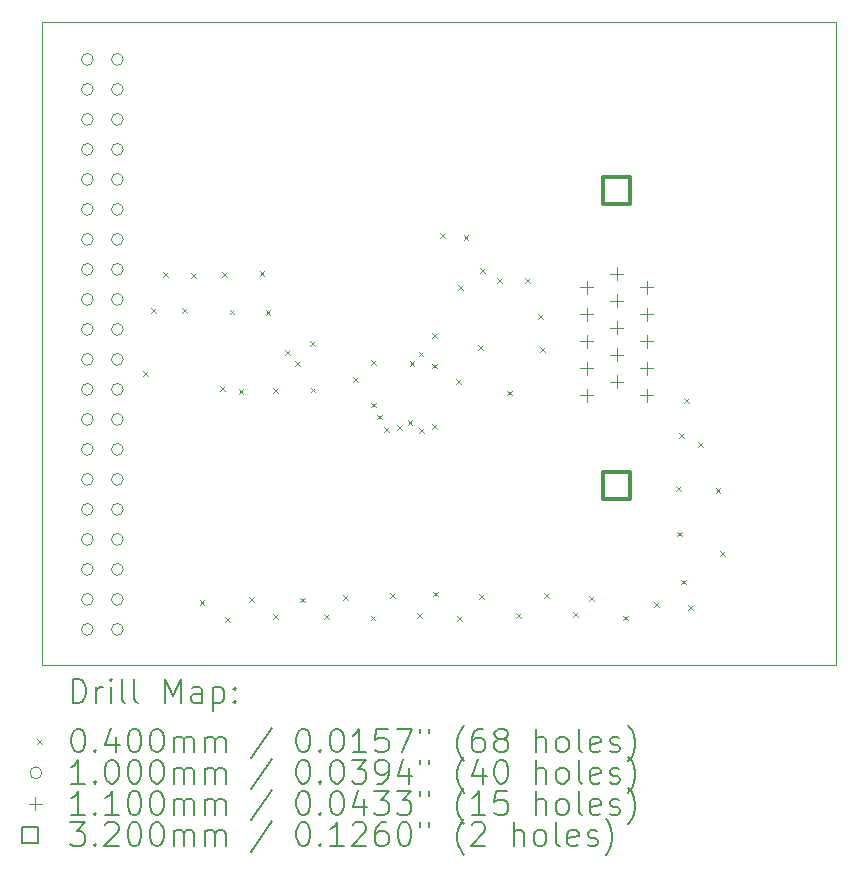
<source format=gbr>
%TF.GenerationSoftware,KiCad,Pcbnew,7.0.7*%
%TF.CreationDate,2023-11-25T23:50:16-06:00*%
%TF.ProjectId,DAC2DE0,44414332-4445-4302-9e6b-696361645f70,rev?*%
%TF.SameCoordinates,Original*%
%TF.FileFunction,Drillmap*%
%TF.FilePolarity,Positive*%
%FSLAX45Y45*%
G04 Gerber Fmt 4.5, Leading zero omitted, Abs format (unit mm)*
G04 Created by KiCad (PCBNEW 7.0.7) date 2023-11-25 23:50:16*
%MOMM*%
%LPD*%
G01*
G04 APERTURE LIST*
%ADD10C,0.100000*%
%ADD11C,0.200000*%
%ADD12C,0.040000*%
%ADD13C,0.110000*%
%ADD14C,0.320000*%
G04 APERTURE END LIST*
D10*
X22687280Y-12542520D02*
X15966440Y-12542520D01*
X15966440Y-7091680D01*
X22687280Y-7091680D01*
X22687280Y-12542520D01*
D11*
D12*
X16820200Y-10048560D02*
X16860200Y-10088560D01*
X16860200Y-10048560D02*
X16820200Y-10088560D01*
X16886240Y-9515160D02*
X16926240Y-9555160D01*
X16926240Y-9515160D02*
X16886240Y-9555160D01*
X16987840Y-9210360D02*
X17027840Y-9250360D01*
X17027840Y-9210360D02*
X16987840Y-9250360D01*
X17150400Y-9520240D02*
X17190400Y-9560240D01*
X17190400Y-9520240D02*
X17150400Y-9560240D01*
X17226600Y-9220520D02*
X17266600Y-9260520D01*
X17266600Y-9220520D02*
X17226600Y-9260520D01*
X17297720Y-11989120D02*
X17337720Y-12029120D01*
X17337720Y-11989120D02*
X17297720Y-12029120D01*
X17470440Y-10180640D02*
X17510440Y-10220640D01*
X17510440Y-10180640D02*
X17470440Y-10220640D01*
X17485680Y-9210360D02*
X17525680Y-9250360D01*
X17525680Y-9210360D02*
X17485680Y-9250360D01*
X17511080Y-12131360D02*
X17551080Y-12171360D01*
X17551080Y-12131360D02*
X17511080Y-12171360D01*
X17551720Y-9530400D02*
X17591720Y-9570400D01*
X17591720Y-9530400D02*
X17551720Y-9570400D01*
X17627920Y-10200960D02*
X17667920Y-10240960D01*
X17667920Y-10200960D02*
X17627920Y-10240960D01*
X17714280Y-11963720D02*
X17754280Y-12003720D01*
X17754280Y-11963720D02*
X17714280Y-12003720D01*
X17805720Y-9205280D02*
X17845720Y-9245280D01*
X17845720Y-9205280D02*
X17805720Y-9245280D01*
X17856520Y-9535480D02*
X17896520Y-9575480D01*
X17896520Y-9535480D02*
X17856520Y-9575480D01*
X17917480Y-10195880D02*
X17957480Y-10235880D01*
X17957480Y-10195880D02*
X17917480Y-10235880D01*
X17917480Y-12111040D02*
X17957480Y-12151040D01*
X17957480Y-12111040D02*
X17917480Y-12151040D01*
X18024160Y-9875840D02*
X18064160Y-9915840D01*
X18064160Y-9875840D02*
X18024160Y-9915840D01*
X18105440Y-9967280D02*
X18145440Y-10007280D01*
X18145440Y-9967280D02*
X18105440Y-10007280D01*
X18146080Y-11968800D02*
X18186080Y-12008800D01*
X18186080Y-11968800D02*
X18146080Y-12008800D01*
X18232440Y-9799640D02*
X18272440Y-9839640D01*
X18272440Y-9799640D02*
X18232440Y-9839640D01*
X18237520Y-10190800D02*
X18277520Y-10230800D01*
X18277520Y-10190800D02*
X18237520Y-10230800D01*
X18349280Y-12111040D02*
X18389280Y-12151040D01*
X18389280Y-12111040D02*
X18349280Y-12151040D01*
X18511840Y-11948480D02*
X18551840Y-11988480D01*
X18551840Y-11948480D02*
X18511840Y-11988480D01*
X18598200Y-10100510D02*
X18638200Y-10140510D01*
X18638200Y-10100510D02*
X18598200Y-10140510D01*
X18745520Y-12121200D02*
X18785520Y-12161200D01*
X18785520Y-12121200D02*
X18745520Y-12161200D01*
X18750600Y-9957120D02*
X18790600Y-9997120D01*
X18790600Y-9957120D02*
X18750600Y-9997120D01*
X18750600Y-10317800D02*
X18790600Y-10357800D01*
X18790600Y-10317800D02*
X18750600Y-10357800D01*
X18801400Y-10419400D02*
X18841400Y-10459400D01*
X18841400Y-10419400D02*
X18801400Y-10459400D01*
X18862360Y-10526080D02*
X18902360Y-10566080D01*
X18902360Y-10526080D02*
X18862360Y-10566080D01*
X18908080Y-11928160D02*
X18948080Y-11968160D01*
X18948080Y-11928160D02*
X18908080Y-11968160D01*
X18969040Y-10510840D02*
X19009040Y-10550840D01*
X19009040Y-10510840D02*
X18969040Y-10550840D01*
X19058438Y-10466141D02*
X19098438Y-10506141D01*
X19098438Y-10466141D02*
X19058438Y-10506141D01*
X19075720Y-9967280D02*
X19115720Y-10007280D01*
X19115720Y-9967280D02*
X19075720Y-10007280D01*
X19136680Y-12100880D02*
X19176680Y-12140880D01*
X19176680Y-12100880D02*
X19136680Y-12140880D01*
X19151920Y-9886000D02*
X19191920Y-9926000D01*
X19191920Y-9886000D02*
X19151920Y-9926000D01*
X19157000Y-10530810D02*
X19197000Y-10570810D01*
X19197000Y-10530810D02*
X19157000Y-10570810D01*
X19263680Y-10500680D02*
X19303680Y-10540680D01*
X19303680Y-10500680D02*
X19263680Y-10540680D01*
X19267290Y-9987600D02*
X19307290Y-10027600D01*
X19307290Y-9987600D02*
X19267290Y-10027600D01*
X19268760Y-9728520D02*
X19308760Y-9768520D01*
X19308760Y-9728520D02*
X19268760Y-9768520D01*
X19273840Y-11918000D02*
X19313840Y-11958000D01*
X19313840Y-11918000D02*
X19273840Y-11958000D01*
X19334800Y-8885240D02*
X19374800Y-8925240D01*
X19374800Y-8885240D02*
X19334800Y-8925240D01*
X19471960Y-10119680D02*
X19511960Y-10159680D01*
X19511960Y-10119680D02*
X19471960Y-10159680D01*
X19477040Y-12126280D02*
X19517040Y-12166280D01*
X19517040Y-12126280D02*
X19477040Y-12166280D01*
X19487200Y-9322120D02*
X19527200Y-9362120D01*
X19527200Y-9322120D02*
X19487200Y-9362120D01*
X19532920Y-8900480D02*
X19572920Y-8940480D01*
X19572920Y-8900480D02*
X19532920Y-8940480D01*
X19654840Y-9830120D02*
X19694840Y-9870120D01*
X19694840Y-9830120D02*
X19654840Y-9870120D01*
X19665000Y-11938320D02*
X19705000Y-11978320D01*
X19705000Y-11938320D02*
X19665000Y-11978320D01*
X19675160Y-9179880D02*
X19715160Y-9219880D01*
X19715160Y-9179880D02*
X19675160Y-9219880D01*
X19817400Y-9266240D02*
X19857400Y-9306240D01*
X19857400Y-9266240D02*
X19817400Y-9306240D01*
X19898680Y-10216200D02*
X19938680Y-10256200D01*
X19938680Y-10216200D02*
X19898680Y-10256200D01*
X19979960Y-12100880D02*
X20019960Y-12140880D01*
X20019960Y-12100880D02*
X19979960Y-12140880D01*
X20051080Y-9266240D02*
X20091080Y-9306240D01*
X20091080Y-9266240D02*
X20051080Y-9306240D01*
X20162840Y-9571040D02*
X20202840Y-9611040D01*
X20202840Y-9571040D02*
X20162840Y-9611040D01*
X20183160Y-9845360D02*
X20223160Y-9885360D01*
X20223160Y-9845360D02*
X20183160Y-9885360D01*
X20213640Y-11933240D02*
X20253640Y-11973240D01*
X20253640Y-11933240D02*
X20213640Y-11973240D01*
X20457480Y-12090720D02*
X20497480Y-12130720D01*
X20497480Y-12090720D02*
X20457480Y-12130720D01*
X20594640Y-11953560D02*
X20634640Y-11993560D01*
X20634640Y-11953560D02*
X20594640Y-11993560D01*
X20884200Y-12121200D02*
X20924200Y-12161200D01*
X20924200Y-12121200D02*
X20884200Y-12161200D01*
X21148360Y-12004360D02*
X21188360Y-12044360D01*
X21188360Y-12004360D02*
X21148360Y-12044360D01*
X21331240Y-11023920D02*
X21371240Y-11063920D01*
X21371240Y-11023920D02*
X21331240Y-11063920D01*
X21341400Y-11410000D02*
X21381400Y-11450000D01*
X21381400Y-11410000D02*
X21341400Y-11450000D01*
X21356640Y-10576880D02*
X21396640Y-10616880D01*
X21396640Y-10576880D02*
X21356640Y-10616880D01*
X21371880Y-11816400D02*
X21411880Y-11856400D01*
X21411880Y-11816400D02*
X21371880Y-11856400D01*
X21402360Y-10282240D02*
X21442360Y-10322240D01*
X21442360Y-10282240D02*
X21402360Y-10322240D01*
X21432840Y-12029760D02*
X21472840Y-12069760D01*
X21472840Y-12029760D02*
X21432840Y-12069760D01*
X21519200Y-10653080D02*
X21559200Y-10693080D01*
X21559200Y-10653080D02*
X21519200Y-10693080D01*
X21666520Y-11044240D02*
X21706520Y-11084240D01*
X21706520Y-11044240D02*
X21666520Y-11084240D01*
X21702080Y-11577640D02*
X21742080Y-11617640D01*
X21742080Y-11577640D02*
X21702080Y-11617640D01*
D10*
X16397440Y-7411720D02*
G75*
G03*
X16397440Y-7411720I-50000J0D01*
G01*
X16397440Y-7665720D02*
G75*
G03*
X16397440Y-7665720I-50000J0D01*
G01*
X16397440Y-7919720D02*
G75*
G03*
X16397440Y-7919720I-50000J0D01*
G01*
X16397440Y-8173720D02*
G75*
G03*
X16397440Y-8173720I-50000J0D01*
G01*
X16397440Y-8427720D02*
G75*
G03*
X16397440Y-8427720I-50000J0D01*
G01*
X16397440Y-8681720D02*
G75*
G03*
X16397440Y-8681720I-50000J0D01*
G01*
X16397440Y-8935720D02*
G75*
G03*
X16397440Y-8935720I-50000J0D01*
G01*
X16397440Y-9189720D02*
G75*
G03*
X16397440Y-9189720I-50000J0D01*
G01*
X16397440Y-9443720D02*
G75*
G03*
X16397440Y-9443720I-50000J0D01*
G01*
X16397440Y-9697720D02*
G75*
G03*
X16397440Y-9697720I-50000J0D01*
G01*
X16397440Y-9951720D02*
G75*
G03*
X16397440Y-9951720I-50000J0D01*
G01*
X16397440Y-10205720D02*
G75*
G03*
X16397440Y-10205720I-50000J0D01*
G01*
X16397440Y-10459720D02*
G75*
G03*
X16397440Y-10459720I-50000J0D01*
G01*
X16397440Y-10713720D02*
G75*
G03*
X16397440Y-10713720I-50000J0D01*
G01*
X16397440Y-10967720D02*
G75*
G03*
X16397440Y-10967720I-50000J0D01*
G01*
X16397440Y-11221720D02*
G75*
G03*
X16397440Y-11221720I-50000J0D01*
G01*
X16397440Y-11475720D02*
G75*
G03*
X16397440Y-11475720I-50000J0D01*
G01*
X16397440Y-11729720D02*
G75*
G03*
X16397440Y-11729720I-50000J0D01*
G01*
X16397440Y-11983720D02*
G75*
G03*
X16397440Y-11983720I-50000J0D01*
G01*
X16397440Y-12237720D02*
G75*
G03*
X16397440Y-12237720I-50000J0D01*
G01*
X16651440Y-7411720D02*
G75*
G03*
X16651440Y-7411720I-50000J0D01*
G01*
X16651440Y-7665720D02*
G75*
G03*
X16651440Y-7665720I-50000J0D01*
G01*
X16651440Y-7919720D02*
G75*
G03*
X16651440Y-7919720I-50000J0D01*
G01*
X16651440Y-8173720D02*
G75*
G03*
X16651440Y-8173720I-50000J0D01*
G01*
X16651440Y-8427720D02*
G75*
G03*
X16651440Y-8427720I-50000J0D01*
G01*
X16651440Y-8681720D02*
G75*
G03*
X16651440Y-8681720I-50000J0D01*
G01*
X16651440Y-8935720D02*
G75*
G03*
X16651440Y-8935720I-50000J0D01*
G01*
X16651440Y-9189720D02*
G75*
G03*
X16651440Y-9189720I-50000J0D01*
G01*
X16651440Y-9443720D02*
G75*
G03*
X16651440Y-9443720I-50000J0D01*
G01*
X16651440Y-9697720D02*
G75*
G03*
X16651440Y-9697720I-50000J0D01*
G01*
X16651440Y-9951720D02*
G75*
G03*
X16651440Y-9951720I-50000J0D01*
G01*
X16651440Y-10205720D02*
G75*
G03*
X16651440Y-10205720I-50000J0D01*
G01*
X16651440Y-10459720D02*
G75*
G03*
X16651440Y-10459720I-50000J0D01*
G01*
X16651440Y-10713720D02*
G75*
G03*
X16651440Y-10713720I-50000J0D01*
G01*
X16651440Y-10967720D02*
G75*
G03*
X16651440Y-10967720I-50000J0D01*
G01*
X16651440Y-11221720D02*
G75*
G03*
X16651440Y-11221720I-50000J0D01*
G01*
X16651440Y-11475720D02*
G75*
G03*
X16651440Y-11475720I-50000J0D01*
G01*
X16651440Y-11729720D02*
G75*
G03*
X16651440Y-11729720I-50000J0D01*
G01*
X16651440Y-11983720D02*
G75*
G03*
X16651440Y-11983720I-50000J0D01*
G01*
X16651440Y-12237720D02*
G75*
G03*
X16651440Y-12237720I-50000J0D01*
G01*
D13*
X20574000Y-9283980D02*
X20574000Y-9393980D01*
X20519000Y-9338980D02*
X20629000Y-9338980D01*
X20574000Y-9512980D02*
X20574000Y-9622980D01*
X20519000Y-9567980D02*
X20629000Y-9567980D01*
X20574000Y-9741980D02*
X20574000Y-9851980D01*
X20519000Y-9796980D02*
X20629000Y-9796980D01*
X20574000Y-9970980D02*
X20574000Y-10080980D01*
X20519000Y-10025980D02*
X20629000Y-10025980D01*
X20574000Y-10199980D02*
X20574000Y-10309980D01*
X20519000Y-10254980D02*
X20629000Y-10254980D01*
X20828000Y-9169480D02*
X20828000Y-9279480D01*
X20773000Y-9224480D02*
X20883000Y-9224480D01*
X20828000Y-9398480D02*
X20828000Y-9508480D01*
X20773000Y-9453480D02*
X20883000Y-9453480D01*
X20828000Y-9627480D02*
X20828000Y-9737480D01*
X20773000Y-9682480D02*
X20883000Y-9682480D01*
X20828000Y-9856480D02*
X20828000Y-9966480D01*
X20773000Y-9911480D02*
X20883000Y-9911480D01*
X20828000Y-10085480D02*
X20828000Y-10195480D01*
X20773000Y-10140480D02*
X20883000Y-10140480D01*
X21082000Y-9283980D02*
X21082000Y-9393980D01*
X21027000Y-9338980D02*
X21137000Y-9338980D01*
X21082000Y-9512980D02*
X21082000Y-9622980D01*
X21027000Y-9567980D02*
X21137000Y-9567980D01*
X21082000Y-9741980D02*
X21082000Y-9851980D01*
X21027000Y-9796980D02*
X21137000Y-9796980D01*
X21082000Y-9970980D02*
X21082000Y-10080980D01*
X21027000Y-10025980D02*
X21137000Y-10025980D01*
X21082000Y-10199980D02*
X21082000Y-10309980D01*
X21027000Y-10254980D02*
X21137000Y-10254980D01*
D14*
X20941138Y-8635618D02*
X20941138Y-8409342D01*
X20714862Y-8409342D01*
X20714862Y-8635618D01*
X20941138Y-8635618D01*
X20941138Y-11134618D02*
X20941138Y-10908342D01*
X20714862Y-10908342D01*
X20714862Y-11134618D01*
X20941138Y-11134618D01*
D11*
X16222217Y-12859004D02*
X16222217Y-12659004D01*
X16222217Y-12659004D02*
X16269836Y-12659004D01*
X16269836Y-12659004D02*
X16298407Y-12668528D01*
X16298407Y-12668528D02*
X16317455Y-12687575D01*
X16317455Y-12687575D02*
X16326979Y-12706623D01*
X16326979Y-12706623D02*
X16336502Y-12744718D01*
X16336502Y-12744718D02*
X16336502Y-12773289D01*
X16336502Y-12773289D02*
X16326979Y-12811385D01*
X16326979Y-12811385D02*
X16317455Y-12830432D01*
X16317455Y-12830432D02*
X16298407Y-12849480D01*
X16298407Y-12849480D02*
X16269836Y-12859004D01*
X16269836Y-12859004D02*
X16222217Y-12859004D01*
X16422217Y-12859004D02*
X16422217Y-12725670D01*
X16422217Y-12763766D02*
X16431741Y-12744718D01*
X16431741Y-12744718D02*
X16441264Y-12735194D01*
X16441264Y-12735194D02*
X16460312Y-12725670D01*
X16460312Y-12725670D02*
X16479360Y-12725670D01*
X16546026Y-12859004D02*
X16546026Y-12725670D01*
X16546026Y-12659004D02*
X16536502Y-12668528D01*
X16536502Y-12668528D02*
X16546026Y-12678051D01*
X16546026Y-12678051D02*
X16555550Y-12668528D01*
X16555550Y-12668528D02*
X16546026Y-12659004D01*
X16546026Y-12659004D02*
X16546026Y-12678051D01*
X16669836Y-12859004D02*
X16650788Y-12849480D01*
X16650788Y-12849480D02*
X16641264Y-12830432D01*
X16641264Y-12830432D02*
X16641264Y-12659004D01*
X16774598Y-12859004D02*
X16755550Y-12849480D01*
X16755550Y-12849480D02*
X16746026Y-12830432D01*
X16746026Y-12830432D02*
X16746026Y-12659004D01*
X17003169Y-12859004D02*
X17003169Y-12659004D01*
X17003169Y-12659004D02*
X17069836Y-12801861D01*
X17069836Y-12801861D02*
X17136503Y-12659004D01*
X17136503Y-12659004D02*
X17136503Y-12859004D01*
X17317455Y-12859004D02*
X17317455Y-12754242D01*
X17317455Y-12754242D02*
X17307931Y-12735194D01*
X17307931Y-12735194D02*
X17288884Y-12725670D01*
X17288884Y-12725670D02*
X17250788Y-12725670D01*
X17250788Y-12725670D02*
X17231741Y-12735194D01*
X17317455Y-12849480D02*
X17298407Y-12859004D01*
X17298407Y-12859004D02*
X17250788Y-12859004D01*
X17250788Y-12859004D02*
X17231741Y-12849480D01*
X17231741Y-12849480D02*
X17222217Y-12830432D01*
X17222217Y-12830432D02*
X17222217Y-12811385D01*
X17222217Y-12811385D02*
X17231741Y-12792337D01*
X17231741Y-12792337D02*
X17250788Y-12782813D01*
X17250788Y-12782813D02*
X17298407Y-12782813D01*
X17298407Y-12782813D02*
X17317455Y-12773289D01*
X17412693Y-12725670D02*
X17412693Y-12925670D01*
X17412693Y-12735194D02*
X17431741Y-12725670D01*
X17431741Y-12725670D02*
X17469836Y-12725670D01*
X17469836Y-12725670D02*
X17488884Y-12735194D01*
X17488884Y-12735194D02*
X17498407Y-12744718D01*
X17498407Y-12744718D02*
X17507931Y-12763766D01*
X17507931Y-12763766D02*
X17507931Y-12820908D01*
X17507931Y-12820908D02*
X17498407Y-12839956D01*
X17498407Y-12839956D02*
X17488884Y-12849480D01*
X17488884Y-12849480D02*
X17469836Y-12859004D01*
X17469836Y-12859004D02*
X17431741Y-12859004D01*
X17431741Y-12859004D02*
X17412693Y-12849480D01*
X17593645Y-12839956D02*
X17603169Y-12849480D01*
X17603169Y-12849480D02*
X17593645Y-12859004D01*
X17593645Y-12859004D02*
X17584122Y-12849480D01*
X17584122Y-12849480D02*
X17593645Y-12839956D01*
X17593645Y-12839956D02*
X17593645Y-12859004D01*
X17593645Y-12735194D02*
X17603169Y-12744718D01*
X17603169Y-12744718D02*
X17593645Y-12754242D01*
X17593645Y-12754242D02*
X17584122Y-12744718D01*
X17584122Y-12744718D02*
X17593645Y-12735194D01*
X17593645Y-12735194D02*
X17593645Y-12754242D01*
D12*
X15921440Y-13167520D02*
X15961440Y-13207520D01*
X15961440Y-13167520D02*
X15921440Y-13207520D01*
D11*
X16260312Y-13079004D02*
X16279360Y-13079004D01*
X16279360Y-13079004D02*
X16298407Y-13088528D01*
X16298407Y-13088528D02*
X16307931Y-13098051D01*
X16307931Y-13098051D02*
X16317455Y-13117099D01*
X16317455Y-13117099D02*
X16326979Y-13155194D01*
X16326979Y-13155194D02*
X16326979Y-13202813D01*
X16326979Y-13202813D02*
X16317455Y-13240908D01*
X16317455Y-13240908D02*
X16307931Y-13259956D01*
X16307931Y-13259956D02*
X16298407Y-13269480D01*
X16298407Y-13269480D02*
X16279360Y-13279004D01*
X16279360Y-13279004D02*
X16260312Y-13279004D01*
X16260312Y-13279004D02*
X16241264Y-13269480D01*
X16241264Y-13269480D02*
X16231741Y-13259956D01*
X16231741Y-13259956D02*
X16222217Y-13240908D01*
X16222217Y-13240908D02*
X16212693Y-13202813D01*
X16212693Y-13202813D02*
X16212693Y-13155194D01*
X16212693Y-13155194D02*
X16222217Y-13117099D01*
X16222217Y-13117099D02*
X16231741Y-13098051D01*
X16231741Y-13098051D02*
X16241264Y-13088528D01*
X16241264Y-13088528D02*
X16260312Y-13079004D01*
X16412693Y-13259956D02*
X16422217Y-13269480D01*
X16422217Y-13269480D02*
X16412693Y-13279004D01*
X16412693Y-13279004D02*
X16403169Y-13269480D01*
X16403169Y-13269480D02*
X16412693Y-13259956D01*
X16412693Y-13259956D02*
X16412693Y-13279004D01*
X16593645Y-13145670D02*
X16593645Y-13279004D01*
X16546026Y-13069480D02*
X16498407Y-13212337D01*
X16498407Y-13212337D02*
X16622217Y-13212337D01*
X16736502Y-13079004D02*
X16755550Y-13079004D01*
X16755550Y-13079004D02*
X16774598Y-13088528D01*
X16774598Y-13088528D02*
X16784122Y-13098051D01*
X16784122Y-13098051D02*
X16793645Y-13117099D01*
X16793645Y-13117099D02*
X16803169Y-13155194D01*
X16803169Y-13155194D02*
X16803169Y-13202813D01*
X16803169Y-13202813D02*
X16793645Y-13240908D01*
X16793645Y-13240908D02*
X16784122Y-13259956D01*
X16784122Y-13259956D02*
X16774598Y-13269480D01*
X16774598Y-13269480D02*
X16755550Y-13279004D01*
X16755550Y-13279004D02*
X16736502Y-13279004D01*
X16736502Y-13279004D02*
X16717455Y-13269480D01*
X16717455Y-13269480D02*
X16707931Y-13259956D01*
X16707931Y-13259956D02*
X16698407Y-13240908D01*
X16698407Y-13240908D02*
X16688883Y-13202813D01*
X16688883Y-13202813D02*
X16688883Y-13155194D01*
X16688883Y-13155194D02*
X16698407Y-13117099D01*
X16698407Y-13117099D02*
X16707931Y-13098051D01*
X16707931Y-13098051D02*
X16717455Y-13088528D01*
X16717455Y-13088528D02*
X16736502Y-13079004D01*
X16926979Y-13079004D02*
X16946026Y-13079004D01*
X16946026Y-13079004D02*
X16965074Y-13088528D01*
X16965074Y-13088528D02*
X16974598Y-13098051D01*
X16974598Y-13098051D02*
X16984122Y-13117099D01*
X16984122Y-13117099D02*
X16993645Y-13155194D01*
X16993645Y-13155194D02*
X16993645Y-13202813D01*
X16993645Y-13202813D02*
X16984122Y-13240908D01*
X16984122Y-13240908D02*
X16974598Y-13259956D01*
X16974598Y-13259956D02*
X16965074Y-13269480D01*
X16965074Y-13269480D02*
X16946026Y-13279004D01*
X16946026Y-13279004D02*
X16926979Y-13279004D01*
X16926979Y-13279004D02*
X16907931Y-13269480D01*
X16907931Y-13269480D02*
X16898407Y-13259956D01*
X16898407Y-13259956D02*
X16888884Y-13240908D01*
X16888884Y-13240908D02*
X16879360Y-13202813D01*
X16879360Y-13202813D02*
X16879360Y-13155194D01*
X16879360Y-13155194D02*
X16888884Y-13117099D01*
X16888884Y-13117099D02*
X16898407Y-13098051D01*
X16898407Y-13098051D02*
X16907931Y-13088528D01*
X16907931Y-13088528D02*
X16926979Y-13079004D01*
X17079360Y-13279004D02*
X17079360Y-13145670D01*
X17079360Y-13164718D02*
X17088884Y-13155194D01*
X17088884Y-13155194D02*
X17107931Y-13145670D01*
X17107931Y-13145670D02*
X17136503Y-13145670D01*
X17136503Y-13145670D02*
X17155550Y-13155194D01*
X17155550Y-13155194D02*
X17165074Y-13174242D01*
X17165074Y-13174242D02*
X17165074Y-13279004D01*
X17165074Y-13174242D02*
X17174598Y-13155194D01*
X17174598Y-13155194D02*
X17193645Y-13145670D01*
X17193645Y-13145670D02*
X17222217Y-13145670D01*
X17222217Y-13145670D02*
X17241265Y-13155194D01*
X17241265Y-13155194D02*
X17250788Y-13174242D01*
X17250788Y-13174242D02*
X17250788Y-13279004D01*
X17346026Y-13279004D02*
X17346026Y-13145670D01*
X17346026Y-13164718D02*
X17355550Y-13155194D01*
X17355550Y-13155194D02*
X17374598Y-13145670D01*
X17374598Y-13145670D02*
X17403169Y-13145670D01*
X17403169Y-13145670D02*
X17422217Y-13155194D01*
X17422217Y-13155194D02*
X17431741Y-13174242D01*
X17431741Y-13174242D02*
X17431741Y-13279004D01*
X17431741Y-13174242D02*
X17441265Y-13155194D01*
X17441265Y-13155194D02*
X17460312Y-13145670D01*
X17460312Y-13145670D02*
X17488884Y-13145670D01*
X17488884Y-13145670D02*
X17507931Y-13155194D01*
X17507931Y-13155194D02*
X17517455Y-13174242D01*
X17517455Y-13174242D02*
X17517455Y-13279004D01*
X17907931Y-13069480D02*
X17736503Y-13326623D01*
X18165074Y-13079004D02*
X18184122Y-13079004D01*
X18184122Y-13079004D02*
X18203169Y-13088528D01*
X18203169Y-13088528D02*
X18212693Y-13098051D01*
X18212693Y-13098051D02*
X18222217Y-13117099D01*
X18222217Y-13117099D02*
X18231741Y-13155194D01*
X18231741Y-13155194D02*
X18231741Y-13202813D01*
X18231741Y-13202813D02*
X18222217Y-13240908D01*
X18222217Y-13240908D02*
X18212693Y-13259956D01*
X18212693Y-13259956D02*
X18203169Y-13269480D01*
X18203169Y-13269480D02*
X18184122Y-13279004D01*
X18184122Y-13279004D02*
X18165074Y-13279004D01*
X18165074Y-13279004D02*
X18146027Y-13269480D01*
X18146027Y-13269480D02*
X18136503Y-13259956D01*
X18136503Y-13259956D02*
X18126979Y-13240908D01*
X18126979Y-13240908D02*
X18117455Y-13202813D01*
X18117455Y-13202813D02*
X18117455Y-13155194D01*
X18117455Y-13155194D02*
X18126979Y-13117099D01*
X18126979Y-13117099D02*
X18136503Y-13098051D01*
X18136503Y-13098051D02*
X18146027Y-13088528D01*
X18146027Y-13088528D02*
X18165074Y-13079004D01*
X18317455Y-13259956D02*
X18326979Y-13269480D01*
X18326979Y-13269480D02*
X18317455Y-13279004D01*
X18317455Y-13279004D02*
X18307931Y-13269480D01*
X18307931Y-13269480D02*
X18317455Y-13259956D01*
X18317455Y-13259956D02*
X18317455Y-13279004D01*
X18450788Y-13079004D02*
X18469836Y-13079004D01*
X18469836Y-13079004D02*
X18488884Y-13088528D01*
X18488884Y-13088528D02*
X18498408Y-13098051D01*
X18498408Y-13098051D02*
X18507931Y-13117099D01*
X18507931Y-13117099D02*
X18517455Y-13155194D01*
X18517455Y-13155194D02*
X18517455Y-13202813D01*
X18517455Y-13202813D02*
X18507931Y-13240908D01*
X18507931Y-13240908D02*
X18498408Y-13259956D01*
X18498408Y-13259956D02*
X18488884Y-13269480D01*
X18488884Y-13269480D02*
X18469836Y-13279004D01*
X18469836Y-13279004D02*
X18450788Y-13279004D01*
X18450788Y-13279004D02*
X18431741Y-13269480D01*
X18431741Y-13269480D02*
X18422217Y-13259956D01*
X18422217Y-13259956D02*
X18412693Y-13240908D01*
X18412693Y-13240908D02*
X18403169Y-13202813D01*
X18403169Y-13202813D02*
X18403169Y-13155194D01*
X18403169Y-13155194D02*
X18412693Y-13117099D01*
X18412693Y-13117099D02*
X18422217Y-13098051D01*
X18422217Y-13098051D02*
X18431741Y-13088528D01*
X18431741Y-13088528D02*
X18450788Y-13079004D01*
X18707931Y-13279004D02*
X18593646Y-13279004D01*
X18650788Y-13279004D02*
X18650788Y-13079004D01*
X18650788Y-13079004D02*
X18631741Y-13107575D01*
X18631741Y-13107575D02*
X18612693Y-13126623D01*
X18612693Y-13126623D02*
X18593646Y-13136147D01*
X18888884Y-13079004D02*
X18793646Y-13079004D01*
X18793646Y-13079004D02*
X18784122Y-13174242D01*
X18784122Y-13174242D02*
X18793646Y-13164718D01*
X18793646Y-13164718D02*
X18812693Y-13155194D01*
X18812693Y-13155194D02*
X18860312Y-13155194D01*
X18860312Y-13155194D02*
X18879360Y-13164718D01*
X18879360Y-13164718D02*
X18888884Y-13174242D01*
X18888884Y-13174242D02*
X18898408Y-13193289D01*
X18898408Y-13193289D02*
X18898408Y-13240908D01*
X18898408Y-13240908D02*
X18888884Y-13259956D01*
X18888884Y-13259956D02*
X18879360Y-13269480D01*
X18879360Y-13269480D02*
X18860312Y-13279004D01*
X18860312Y-13279004D02*
X18812693Y-13279004D01*
X18812693Y-13279004D02*
X18793646Y-13269480D01*
X18793646Y-13269480D02*
X18784122Y-13259956D01*
X18965074Y-13079004D02*
X19098408Y-13079004D01*
X19098408Y-13079004D02*
X19012693Y-13279004D01*
X19165074Y-13079004D02*
X19165074Y-13117099D01*
X19241265Y-13079004D02*
X19241265Y-13117099D01*
X19536503Y-13355194D02*
X19526979Y-13345670D01*
X19526979Y-13345670D02*
X19507931Y-13317099D01*
X19507931Y-13317099D02*
X19498408Y-13298051D01*
X19498408Y-13298051D02*
X19488884Y-13269480D01*
X19488884Y-13269480D02*
X19479360Y-13221861D01*
X19479360Y-13221861D02*
X19479360Y-13183766D01*
X19479360Y-13183766D02*
X19488884Y-13136147D01*
X19488884Y-13136147D02*
X19498408Y-13107575D01*
X19498408Y-13107575D02*
X19507931Y-13088528D01*
X19507931Y-13088528D02*
X19526979Y-13059956D01*
X19526979Y-13059956D02*
X19536503Y-13050432D01*
X19698408Y-13079004D02*
X19660312Y-13079004D01*
X19660312Y-13079004D02*
X19641265Y-13088528D01*
X19641265Y-13088528D02*
X19631741Y-13098051D01*
X19631741Y-13098051D02*
X19612693Y-13126623D01*
X19612693Y-13126623D02*
X19603170Y-13164718D01*
X19603170Y-13164718D02*
X19603170Y-13240908D01*
X19603170Y-13240908D02*
X19612693Y-13259956D01*
X19612693Y-13259956D02*
X19622217Y-13269480D01*
X19622217Y-13269480D02*
X19641265Y-13279004D01*
X19641265Y-13279004D02*
X19679360Y-13279004D01*
X19679360Y-13279004D02*
X19698408Y-13269480D01*
X19698408Y-13269480D02*
X19707931Y-13259956D01*
X19707931Y-13259956D02*
X19717455Y-13240908D01*
X19717455Y-13240908D02*
X19717455Y-13193289D01*
X19717455Y-13193289D02*
X19707931Y-13174242D01*
X19707931Y-13174242D02*
X19698408Y-13164718D01*
X19698408Y-13164718D02*
X19679360Y-13155194D01*
X19679360Y-13155194D02*
X19641265Y-13155194D01*
X19641265Y-13155194D02*
X19622217Y-13164718D01*
X19622217Y-13164718D02*
X19612693Y-13174242D01*
X19612693Y-13174242D02*
X19603170Y-13193289D01*
X19831741Y-13164718D02*
X19812693Y-13155194D01*
X19812693Y-13155194D02*
X19803170Y-13145670D01*
X19803170Y-13145670D02*
X19793646Y-13126623D01*
X19793646Y-13126623D02*
X19793646Y-13117099D01*
X19793646Y-13117099D02*
X19803170Y-13098051D01*
X19803170Y-13098051D02*
X19812693Y-13088528D01*
X19812693Y-13088528D02*
X19831741Y-13079004D01*
X19831741Y-13079004D02*
X19869836Y-13079004D01*
X19869836Y-13079004D02*
X19888884Y-13088528D01*
X19888884Y-13088528D02*
X19898408Y-13098051D01*
X19898408Y-13098051D02*
X19907931Y-13117099D01*
X19907931Y-13117099D02*
X19907931Y-13126623D01*
X19907931Y-13126623D02*
X19898408Y-13145670D01*
X19898408Y-13145670D02*
X19888884Y-13155194D01*
X19888884Y-13155194D02*
X19869836Y-13164718D01*
X19869836Y-13164718D02*
X19831741Y-13164718D01*
X19831741Y-13164718D02*
X19812693Y-13174242D01*
X19812693Y-13174242D02*
X19803170Y-13183766D01*
X19803170Y-13183766D02*
X19793646Y-13202813D01*
X19793646Y-13202813D02*
X19793646Y-13240908D01*
X19793646Y-13240908D02*
X19803170Y-13259956D01*
X19803170Y-13259956D02*
X19812693Y-13269480D01*
X19812693Y-13269480D02*
X19831741Y-13279004D01*
X19831741Y-13279004D02*
X19869836Y-13279004D01*
X19869836Y-13279004D02*
X19888884Y-13269480D01*
X19888884Y-13269480D02*
X19898408Y-13259956D01*
X19898408Y-13259956D02*
X19907931Y-13240908D01*
X19907931Y-13240908D02*
X19907931Y-13202813D01*
X19907931Y-13202813D02*
X19898408Y-13183766D01*
X19898408Y-13183766D02*
X19888884Y-13174242D01*
X19888884Y-13174242D02*
X19869836Y-13164718D01*
X20146027Y-13279004D02*
X20146027Y-13079004D01*
X20231741Y-13279004D02*
X20231741Y-13174242D01*
X20231741Y-13174242D02*
X20222217Y-13155194D01*
X20222217Y-13155194D02*
X20203170Y-13145670D01*
X20203170Y-13145670D02*
X20174598Y-13145670D01*
X20174598Y-13145670D02*
X20155551Y-13155194D01*
X20155551Y-13155194D02*
X20146027Y-13164718D01*
X20355551Y-13279004D02*
X20336503Y-13269480D01*
X20336503Y-13269480D02*
X20326979Y-13259956D01*
X20326979Y-13259956D02*
X20317455Y-13240908D01*
X20317455Y-13240908D02*
X20317455Y-13183766D01*
X20317455Y-13183766D02*
X20326979Y-13164718D01*
X20326979Y-13164718D02*
X20336503Y-13155194D01*
X20336503Y-13155194D02*
X20355551Y-13145670D01*
X20355551Y-13145670D02*
X20384122Y-13145670D01*
X20384122Y-13145670D02*
X20403170Y-13155194D01*
X20403170Y-13155194D02*
X20412693Y-13164718D01*
X20412693Y-13164718D02*
X20422217Y-13183766D01*
X20422217Y-13183766D02*
X20422217Y-13240908D01*
X20422217Y-13240908D02*
X20412693Y-13259956D01*
X20412693Y-13259956D02*
X20403170Y-13269480D01*
X20403170Y-13269480D02*
X20384122Y-13279004D01*
X20384122Y-13279004D02*
X20355551Y-13279004D01*
X20536503Y-13279004D02*
X20517455Y-13269480D01*
X20517455Y-13269480D02*
X20507932Y-13250432D01*
X20507932Y-13250432D02*
X20507932Y-13079004D01*
X20688884Y-13269480D02*
X20669836Y-13279004D01*
X20669836Y-13279004D02*
X20631741Y-13279004D01*
X20631741Y-13279004D02*
X20612693Y-13269480D01*
X20612693Y-13269480D02*
X20603170Y-13250432D01*
X20603170Y-13250432D02*
X20603170Y-13174242D01*
X20603170Y-13174242D02*
X20612693Y-13155194D01*
X20612693Y-13155194D02*
X20631741Y-13145670D01*
X20631741Y-13145670D02*
X20669836Y-13145670D01*
X20669836Y-13145670D02*
X20688884Y-13155194D01*
X20688884Y-13155194D02*
X20698408Y-13174242D01*
X20698408Y-13174242D02*
X20698408Y-13193289D01*
X20698408Y-13193289D02*
X20603170Y-13212337D01*
X20774598Y-13269480D02*
X20793646Y-13279004D01*
X20793646Y-13279004D02*
X20831741Y-13279004D01*
X20831741Y-13279004D02*
X20850789Y-13269480D01*
X20850789Y-13269480D02*
X20860313Y-13250432D01*
X20860313Y-13250432D02*
X20860313Y-13240908D01*
X20860313Y-13240908D02*
X20850789Y-13221861D01*
X20850789Y-13221861D02*
X20831741Y-13212337D01*
X20831741Y-13212337D02*
X20803170Y-13212337D01*
X20803170Y-13212337D02*
X20784122Y-13202813D01*
X20784122Y-13202813D02*
X20774598Y-13183766D01*
X20774598Y-13183766D02*
X20774598Y-13174242D01*
X20774598Y-13174242D02*
X20784122Y-13155194D01*
X20784122Y-13155194D02*
X20803170Y-13145670D01*
X20803170Y-13145670D02*
X20831741Y-13145670D01*
X20831741Y-13145670D02*
X20850789Y-13155194D01*
X20926979Y-13355194D02*
X20936503Y-13345670D01*
X20936503Y-13345670D02*
X20955551Y-13317099D01*
X20955551Y-13317099D02*
X20965074Y-13298051D01*
X20965074Y-13298051D02*
X20974598Y-13269480D01*
X20974598Y-13269480D02*
X20984122Y-13221861D01*
X20984122Y-13221861D02*
X20984122Y-13183766D01*
X20984122Y-13183766D02*
X20974598Y-13136147D01*
X20974598Y-13136147D02*
X20965074Y-13107575D01*
X20965074Y-13107575D02*
X20955551Y-13088528D01*
X20955551Y-13088528D02*
X20936503Y-13059956D01*
X20936503Y-13059956D02*
X20926979Y-13050432D01*
D10*
X15961440Y-13451520D02*
G75*
G03*
X15961440Y-13451520I-50000J0D01*
G01*
D11*
X16326979Y-13543004D02*
X16212693Y-13543004D01*
X16269836Y-13543004D02*
X16269836Y-13343004D01*
X16269836Y-13343004D02*
X16250788Y-13371575D01*
X16250788Y-13371575D02*
X16231741Y-13390623D01*
X16231741Y-13390623D02*
X16212693Y-13400147D01*
X16412693Y-13523956D02*
X16422217Y-13533480D01*
X16422217Y-13533480D02*
X16412693Y-13543004D01*
X16412693Y-13543004D02*
X16403169Y-13533480D01*
X16403169Y-13533480D02*
X16412693Y-13523956D01*
X16412693Y-13523956D02*
X16412693Y-13543004D01*
X16546026Y-13343004D02*
X16565074Y-13343004D01*
X16565074Y-13343004D02*
X16584122Y-13352528D01*
X16584122Y-13352528D02*
X16593645Y-13362051D01*
X16593645Y-13362051D02*
X16603169Y-13381099D01*
X16603169Y-13381099D02*
X16612693Y-13419194D01*
X16612693Y-13419194D02*
X16612693Y-13466813D01*
X16612693Y-13466813D02*
X16603169Y-13504908D01*
X16603169Y-13504908D02*
X16593645Y-13523956D01*
X16593645Y-13523956D02*
X16584122Y-13533480D01*
X16584122Y-13533480D02*
X16565074Y-13543004D01*
X16565074Y-13543004D02*
X16546026Y-13543004D01*
X16546026Y-13543004D02*
X16526979Y-13533480D01*
X16526979Y-13533480D02*
X16517455Y-13523956D01*
X16517455Y-13523956D02*
X16507931Y-13504908D01*
X16507931Y-13504908D02*
X16498407Y-13466813D01*
X16498407Y-13466813D02*
X16498407Y-13419194D01*
X16498407Y-13419194D02*
X16507931Y-13381099D01*
X16507931Y-13381099D02*
X16517455Y-13362051D01*
X16517455Y-13362051D02*
X16526979Y-13352528D01*
X16526979Y-13352528D02*
X16546026Y-13343004D01*
X16736502Y-13343004D02*
X16755550Y-13343004D01*
X16755550Y-13343004D02*
X16774598Y-13352528D01*
X16774598Y-13352528D02*
X16784122Y-13362051D01*
X16784122Y-13362051D02*
X16793645Y-13381099D01*
X16793645Y-13381099D02*
X16803169Y-13419194D01*
X16803169Y-13419194D02*
X16803169Y-13466813D01*
X16803169Y-13466813D02*
X16793645Y-13504908D01*
X16793645Y-13504908D02*
X16784122Y-13523956D01*
X16784122Y-13523956D02*
X16774598Y-13533480D01*
X16774598Y-13533480D02*
X16755550Y-13543004D01*
X16755550Y-13543004D02*
X16736502Y-13543004D01*
X16736502Y-13543004D02*
X16717455Y-13533480D01*
X16717455Y-13533480D02*
X16707931Y-13523956D01*
X16707931Y-13523956D02*
X16698407Y-13504908D01*
X16698407Y-13504908D02*
X16688883Y-13466813D01*
X16688883Y-13466813D02*
X16688883Y-13419194D01*
X16688883Y-13419194D02*
X16698407Y-13381099D01*
X16698407Y-13381099D02*
X16707931Y-13362051D01*
X16707931Y-13362051D02*
X16717455Y-13352528D01*
X16717455Y-13352528D02*
X16736502Y-13343004D01*
X16926979Y-13343004D02*
X16946026Y-13343004D01*
X16946026Y-13343004D02*
X16965074Y-13352528D01*
X16965074Y-13352528D02*
X16974598Y-13362051D01*
X16974598Y-13362051D02*
X16984122Y-13381099D01*
X16984122Y-13381099D02*
X16993645Y-13419194D01*
X16993645Y-13419194D02*
X16993645Y-13466813D01*
X16993645Y-13466813D02*
X16984122Y-13504908D01*
X16984122Y-13504908D02*
X16974598Y-13523956D01*
X16974598Y-13523956D02*
X16965074Y-13533480D01*
X16965074Y-13533480D02*
X16946026Y-13543004D01*
X16946026Y-13543004D02*
X16926979Y-13543004D01*
X16926979Y-13543004D02*
X16907931Y-13533480D01*
X16907931Y-13533480D02*
X16898407Y-13523956D01*
X16898407Y-13523956D02*
X16888884Y-13504908D01*
X16888884Y-13504908D02*
X16879360Y-13466813D01*
X16879360Y-13466813D02*
X16879360Y-13419194D01*
X16879360Y-13419194D02*
X16888884Y-13381099D01*
X16888884Y-13381099D02*
X16898407Y-13362051D01*
X16898407Y-13362051D02*
X16907931Y-13352528D01*
X16907931Y-13352528D02*
X16926979Y-13343004D01*
X17079360Y-13543004D02*
X17079360Y-13409670D01*
X17079360Y-13428718D02*
X17088884Y-13419194D01*
X17088884Y-13419194D02*
X17107931Y-13409670D01*
X17107931Y-13409670D02*
X17136503Y-13409670D01*
X17136503Y-13409670D02*
X17155550Y-13419194D01*
X17155550Y-13419194D02*
X17165074Y-13438242D01*
X17165074Y-13438242D02*
X17165074Y-13543004D01*
X17165074Y-13438242D02*
X17174598Y-13419194D01*
X17174598Y-13419194D02*
X17193645Y-13409670D01*
X17193645Y-13409670D02*
X17222217Y-13409670D01*
X17222217Y-13409670D02*
X17241265Y-13419194D01*
X17241265Y-13419194D02*
X17250788Y-13438242D01*
X17250788Y-13438242D02*
X17250788Y-13543004D01*
X17346026Y-13543004D02*
X17346026Y-13409670D01*
X17346026Y-13428718D02*
X17355550Y-13419194D01*
X17355550Y-13419194D02*
X17374598Y-13409670D01*
X17374598Y-13409670D02*
X17403169Y-13409670D01*
X17403169Y-13409670D02*
X17422217Y-13419194D01*
X17422217Y-13419194D02*
X17431741Y-13438242D01*
X17431741Y-13438242D02*
X17431741Y-13543004D01*
X17431741Y-13438242D02*
X17441265Y-13419194D01*
X17441265Y-13419194D02*
X17460312Y-13409670D01*
X17460312Y-13409670D02*
X17488884Y-13409670D01*
X17488884Y-13409670D02*
X17507931Y-13419194D01*
X17507931Y-13419194D02*
X17517455Y-13438242D01*
X17517455Y-13438242D02*
X17517455Y-13543004D01*
X17907931Y-13333480D02*
X17736503Y-13590623D01*
X18165074Y-13343004D02*
X18184122Y-13343004D01*
X18184122Y-13343004D02*
X18203169Y-13352528D01*
X18203169Y-13352528D02*
X18212693Y-13362051D01*
X18212693Y-13362051D02*
X18222217Y-13381099D01*
X18222217Y-13381099D02*
X18231741Y-13419194D01*
X18231741Y-13419194D02*
X18231741Y-13466813D01*
X18231741Y-13466813D02*
X18222217Y-13504908D01*
X18222217Y-13504908D02*
X18212693Y-13523956D01*
X18212693Y-13523956D02*
X18203169Y-13533480D01*
X18203169Y-13533480D02*
X18184122Y-13543004D01*
X18184122Y-13543004D02*
X18165074Y-13543004D01*
X18165074Y-13543004D02*
X18146027Y-13533480D01*
X18146027Y-13533480D02*
X18136503Y-13523956D01*
X18136503Y-13523956D02*
X18126979Y-13504908D01*
X18126979Y-13504908D02*
X18117455Y-13466813D01*
X18117455Y-13466813D02*
X18117455Y-13419194D01*
X18117455Y-13419194D02*
X18126979Y-13381099D01*
X18126979Y-13381099D02*
X18136503Y-13362051D01*
X18136503Y-13362051D02*
X18146027Y-13352528D01*
X18146027Y-13352528D02*
X18165074Y-13343004D01*
X18317455Y-13523956D02*
X18326979Y-13533480D01*
X18326979Y-13533480D02*
X18317455Y-13543004D01*
X18317455Y-13543004D02*
X18307931Y-13533480D01*
X18307931Y-13533480D02*
X18317455Y-13523956D01*
X18317455Y-13523956D02*
X18317455Y-13543004D01*
X18450788Y-13343004D02*
X18469836Y-13343004D01*
X18469836Y-13343004D02*
X18488884Y-13352528D01*
X18488884Y-13352528D02*
X18498408Y-13362051D01*
X18498408Y-13362051D02*
X18507931Y-13381099D01*
X18507931Y-13381099D02*
X18517455Y-13419194D01*
X18517455Y-13419194D02*
X18517455Y-13466813D01*
X18517455Y-13466813D02*
X18507931Y-13504908D01*
X18507931Y-13504908D02*
X18498408Y-13523956D01*
X18498408Y-13523956D02*
X18488884Y-13533480D01*
X18488884Y-13533480D02*
X18469836Y-13543004D01*
X18469836Y-13543004D02*
X18450788Y-13543004D01*
X18450788Y-13543004D02*
X18431741Y-13533480D01*
X18431741Y-13533480D02*
X18422217Y-13523956D01*
X18422217Y-13523956D02*
X18412693Y-13504908D01*
X18412693Y-13504908D02*
X18403169Y-13466813D01*
X18403169Y-13466813D02*
X18403169Y-13419194D01*
X18403169Y-13419194D02*
X18412693Y-13381099D01*
X18412693Y-13381099D02*
X18422217Y-13362051D01*
X18422217Y-13362051D02*
X18431741Y-13352528D01*
X18431741Y-13352528D02*
X18450788Y-13343004D01*
X18584122Y-13343004D02*
X18707931Y-13343004D01*
X18707931Y-13343004D02*
X18641265Y-13419194D01*
X18641265Y-13419194D02*
X18669836Y-13419194D01*
X18669836Y-13419194D02*
X18688884Y-13428718D01*
X18688884Y-13428718D02*
X18698408Y-13438242D01*
X18698408Y-13438242D02*
X18707931Y-13457289D01*
X18707931Y-13457289D02*
X18707931Y-13504908D01*
X18707931Y-13504908D02*
X18698408Y-13523956D01*
X18698408Y-13523956D02*
X18688884Y-13533480D01*
X18688884Y-13533480D02*
X18669836Y-13543004D01*
X18669836Y-13543004D02*
X18612693Y-13543004D01*
X18612693Y-13543004D02*
X18593646Y-13533480D01*
X18593646Y-13533480D02*
X18584122Y-13523956D01*
X18803169Y-13543004D02*
X18841265Y-13543004D01*
X18841265Y-13543004D02*
X18860312Y-13533480D01*
X18860312Y-13533480D02*
X18869836Y-13523956D01*
X18869836Y-13523956D02*
X18888884Y-13495385D01*
X18888884Y-13495385D02*
X18898408Y-13457289D01*
X18898408Y-13457289D02*
X18898408Y-13381099D01*
X18898408Y-13381099D02*
X18888884Y-13362051D01*
X18888884Y-13362051D02*
X18879360Y-13352528D01*
X18879360Y-13352528D02*
X18860312Y-13343004D01*
X18860312Y-13343004D02*
X18822217Y-13343004D01*
X18822217Y-13343004D02*
X18803169Y-13352528D01*
X18803169Y-13352528D02*
X18793646Y-13362051D01*
X18793646Y-13362051D02*
X18784122Y-13381099D01*
X18784122Y-13381099D02*
X18784122Y-13428718D01*
X18784122Y-13428718D02*
X18793646Y-13447766D01*
X18793646Y-13447766D02*
X18803169Y-13457289D01*
X18803169Y-13457289D02*
X18822217Y-13466813D01*
X18822217Y-13466813D02*
X18860312Y-13466813D01*
X18860312Y-13466813D02*
X18879360Y-13457289D01*
X18879360Y-13457289D02*
X18888884Y-13447766D01*
X18888884Y-13447766D02*
X18898408Y-13428718D01*
X19069836Y-13409670D02*
X19069836Y-13543004D01*
X19022217Y-13333480D02*
X18974598Y-13476337D01*
X18974598Y-13476337D02*
X19098408Y-13476337D01*
X19165074Y-13343004D02*
X19165074Y-13381099D01*
X19241265Y-13343004D02*
X19241265Y-13381099D01*
X19536503Y-13619194D02*
X19526979Y-13609670D01*
X19526979Y-13609670D02*
X19507931Y-13581099D01*
X19507931Y-13581099D02*
X19498408Y-13562051D01*
X19498408Y-13562051D02*
X19488884Y-13533480D01*
X19488884Y-13533480D02*
X19479360Y-13485861D01*
X19479360Y-13485861D02*
X19479360Y-13447766D01*
X19479360Y-13447766D02*
X19488884Y-13400147D01*
X19488884Y-13400147D02*
X19498408Y-13371575D01*
X19498408Y-13371575D02*
X19507931Y-13352528D01*
X19507931Y-13352528D02*
X19526979Y-13323956D01*
X19526979Y-13323956D02*
X19536503Y-13314432D01*
X19698408Y-13409670D02*
X19698408Y-13543004D01*
X19650789Y-13333480D02*
X19603170Y-13476337D01*
X19603170Y-13476337D02*
X19726979Y-13476337D01*
X19841265Y-13343004D02*
X19860312Y-13343004D01*
X19860312Y-13343004D02*
X19879360Y-13352528D01*
X19879360Y-13352528D02*
X19888884Y-13362051D01*
X19888884Y-13362051D02*
X19898408Y-13381099D01*
X19898408Y-13381099D02*
X19907931Y-13419194D01*
X19907931Y-13419194D02*
X19907931Y-13466813D01*
X19907931Y-13466813D02*
X19898408Y-13504908D01*
X19898408Y-13504908D02*
X19888884Y-13523956D01*
X19888884Y-13523956D02*
X19879360Y-13533480D01*
X19879360Y-13533480D02*
X19860312Y-13543004D01*
X19860312Y-13543004D02*
X19841265Y-13543004D01*
X19841265Y-13543004D02*
X19822217Y-13533480D01*
X19822217Y-13533480D02*
X19812693Y-13523956D01*
X19812693Y-13523956D02*
X19803170Y-13504908D01*
X19803170Y-13504908D02*
X19793646Y-13466813D01*
X19793646Y-13466813D02*
X19793646Y-13419194D01*
X19793646Y-13419194D02*
X19803170Y-13381099D01*
X19803170Y-13381099D02*
X19812693Y-13362051D01*
X19812693Y-13362051D02*
X19822217Y-13352528D01*
X19822217Y-13352528D02*
X19841265Y-13343004D01*
X20146027Y-13543004D02*
X20146027Y-13343004D01*
X20231741Y-13543004D02*
X20231741Y-13438242D01*
X20231741Y-13438242D02*
X20222217Y-13419194D01*
X20222217Y-13419194D02*
X20203170Y-13409670D01*
X20203170Y-13409670D02*
X20174598Y-13409670D01*
X20174598Y-13409670D02*
X20155551Y-13419194D01*
X20155551Y-13419194D02*
X20146027Y-13428718D01*
X20355551Y-13543004D02*
X20336503Y-13533480D01*
X20336503Y-13533480D02*
X20326979Y-13523956D01*
X20326979Y-13523956D02*
X20317455Y-13504908D01*
X20317455Y-13504908D02*
X20317455Y-13447766D01*
X20317455Y-13447766D02*
X20326979Y-13428718D01*
X20326979Y-13428718D02*
X20336503Y-13419194D01*
X20336503Y-13419194D02*
X20355551Y-13409670D01*
X20355551Y-13409670D02*
X20384122Y-13409670D01*
X20384122Y-13409670D02*
X20403170Y-13419194D01*
X20403170Y-13419194D02*
X20412693Y-13428718D01*
X20412693Y-13428718D02*
X20422217Y-13447766D01*
X20422217Y-13447766D02*
X20422217Y-13504908D01*
X20422217Y-13504908D02*
X20412693Y-13523956D01*
X20412693Y-13523956D02*
X20403170Y-13533480D01*
X20403170Y-13533480D02*
X20384122Y-13543004D01*
X20384122Y-13543004D02*
X20355551Y-13543004D01*
X20536503Y-13543004D02*
X20517455Y-13533480D01*
X20517455Y-13533480D02*
X20507932Y-13514432D01*
X20507932Y-13514432D02*
X20507932Y-13343004D01*
X20688884Y-13533480D02*
X20669836Y-13543004D01*
X20669836Y-13543004D02*
X20631741Y-13543004D01*
X20631741Y-13543004D02*
X20612693Y-13533480D01*
X20612693Y-13533480D02*
X20603170Y-13514432D01*
X20603170Y-13514432D02*
X20603170Y-13438242D01*
X20603170Y-13438242D02*
X20612693Y-13419194D01*
X20612693Y-13419194D02*
X20631741Y-13409670D01*
X20631741Y-13409670D02*
X20669836Y-13409670D01*
X20669836Y-13409670D02*
X20688884Y-13419194D01*
X20688884Y-13419194D02*
X20698408Y-13438242D01*
X20698408Y-13438242D02*
X20698408Y-13457289D01*
X20698408Y-13457289D02*
X20603170Y-13476337D01*
X20774598Y-13533480D02*
X20793646Y-13543004D01*
X20793646Y-13543004D02*
X20831741Y-13543004D01*
X20831741Y-13543004D02*
X20850789Y-13533480D01*
X20850789Y-13533480D02*
X20860313Y-13514432D01*
X20860313Y-13514432D02*
X20860313Y-13504908D01*
X20860313Y-13504908D02*
X20850789Y-13485861D01*
X20850789Y-13485861D02*
X20831741Y-13476337D01*
X20831741Y-13476337D02*
X20803170Y-13476337D01*
X20803170Y-13476337D02*
X20784122Y-13466813D01*
X20784122Y-13466813D02*
X20774598Y-13447766D01*
X20774598Y-13447766D02*
X20774598Y-13438242D01*
X20774598Y-13438242D02*
X20784122Y-13419194D01*
X20784122Y-13419194D02*
X20803170Y-13409670D01*
X20803170Y-13409670D02*
X20831741Y-13409670D01*
X20831741Y-13409670D02*
X20850789Y-13419194D01*
X20926979Y-13619194D02*
X20936503Y-13609670D01*
X20936503Y-13609670D02*
X20955551Y-13581099D01*
X20955551Y-13581099D02*
X20965074Y-13562051D01*
X20965074Y-13562051D02*
X20974598Y-13533480D01*
X20974598Y-13533480D02*
X20984122Y-13485861D01*
X20984122Y-13485861D02*
X20984122Y-13447766D01*
X20984122Y-13447766D02*
X20974598Y-13400147D01*
X20974598Y-13400147D02*
X20965074Y-13371575D01*
X20965074Y-13371575D02*
X20955551Y-13352528D01*
X20955551Y-13352528D02*
X20936503Y-13323956D01*
X20936503Y-13323956D02*
X20926979Y-13314432D01*
D13*
X15906440Y-13660520D02*
X15906440Y-13770520D01*
X15851440Y-13715520D02*
X15961440Y-13715520D01*
D11*
X16326979Y-13807004D02*
X16212693Y-13807004D01*
X16269836Y-13807004D02*
X16269836Y-13607004D01*
X16269836Y-13607004D02*
X16250788Y-13635575D01*
X16250788Y-13635575D02*
X16231741Y-13654623D01*
X16231741Y-13654623D02*
X16212693Y-13664147D01*
X16412693Y-13787956D02*
X16422217Y-13797480D01*
X16422217Y-13797480D02*
X16412693Y-13807004D01*
X16412693Y-13807004D02*
X16403169Y-13797480D01*
X16403169Y-13797480D02*
X16412693Y-13787956D01*
X16412693Y-13787956D02*
X16412693Y-13807004D01*
X16612693Y-13807004D02*
X16498407Y-13807004D01*
X16555550Y-13807004D02*
X16555550Y-13607004D01*
X16555550Y-13607004D02*
X16536502Y-13635575D01*
X16536502Y-13635575D02*
X16517455Y-13654623D01*
X16517455Y-13654623D02*
X16498407Y-13664147D01*
X16736502Y-13607004D02*
X16755550Y-13607004D01*
X16755550Y-13607004D02*
X16774598Y-13616528D01*
X16774598Y-13616528D02*
X16784122Y-13626051D01*
X16784122Y-13626051D02*
X16793645Y-13645099D01*
X16793645Y-13645099D02*
X16803169Y-13683194D01*
X16803169Y-13683194D02*
X16803169Y-13730813D01*
X16803169Y-13730813D02*
X16793645Y-13768908D01*
X16793645Y-13768908D02*
X16784122Y-13787956D01*
X16784122Y-13787956D02*
X16774598Y-13797480D01*
X16774598Y-13797480D02*
X16755550Y-13807004D01*
X16755550Y-13807004D02*
X16736502Y-13807004D01*
X16736502Y-13807004D02*
X16717455Y-13797480D01*
X16717455Y-13797480D02*
X16707931Y-13787956D01*
X16707931Y-13787956D02*
X16698407Y-13768908D01*
X16698407Y-13768908D02*
X16688883Y-13730813D01*
X16688883Y-13730813D02*
X16688883Y-13683194D01*
X16688883Y-13683194D02*
X16698407Y-13645099D01*
X16698407Y-13645099D02*
X16707931Y-13626051D01*
X16707931Y-13626051D02*
X16717455Y-13616528D01*
X16717455Y-13616528D02*
X16736502Y-13607004D01*
X16926979Y-13607004D02*
X16946026Y-13607004D01*
X16946026Y-13607004D02*
X16965074Y-13616528D01*
X16965074Y-13616528D02*
X16974598Y-13626051D01*
X16974598Y-13626051D02*
X16984122Y-13645099D01*
X16984122Y-13645099D02*
X16993645Y-13683194D01*
X16993645Y-13683194D02*
X16993645Y-13730813D01*
X16993645Y-13730813D02*
X16984122Y-13768908D01*
X16984122Y-13768908D02*
X16974598Y-13787956D01*
X16974598Y-13787956D02*
X16965074Y-13797480D01*
X16965074Y-13797480D02*
X16946026Y-13807004D01*
X16946026Y-13807004D02*
X16926979Y-13807004D01*
X16926979Y-13807004D02*
X16907931Y-13797480D01*
X16907931Y-13797480D02*
X16898407Y-13787956D01*
X16898407Y-13787956D02*
X16888884Y-13768908D01*
X16888884Y-13768908D02*
X16879360Y-13730813D01*
X16879360Y-13730813D02*
X16879360Y-13683194D01*
X16879360Y-13683194D02*
X16888884Y-13645099D01*
X16888884Y-13645099D02*
X16898407Y-13626051D01*
X16898407Y-13626051D02*
X16907931Y-13616528D01*
X16907931Y-13616528D02*
X16926979Y-13607004D01*
X17079360Y-13807004D02*
X17079360Y-13673670D01*
X17079360Y-13692718D02*
X17088884Y-13683194D01*
X17088884Y-13683194D02*
X17107931Y-13673670D01*
X17107931Y-13673670D02*
X17136503Y-13673670D01*
X17136503Y-13673670D02*
X17155550Y-13683194D01*
X17155550Y-13683194D02*
X17165074Y-13702242D01*
X17165074Y-13702242D02*
X17165074Y-13807004D01*
X17165074Y-13702242D02*
X17174598Y-13683194D01*
X17174598Y-13683194D02*
X17193645Y-13673670D01*
X17193645Y-13673670D02*
X17222217Y-13673670D01*
X17222217Y-13673670D02*
X17241265Y-13683194D01*
X17241265Y-13683194D02*
X17250788Y-13702242D01*
X17250788Y-13702242D02*
X17250788Y-13807004D01*
X17346026Y-13807004D02*
X17346026Y-13673670D01*
X17346026Y-13692718D02*
X17355550Y-13683194D01*
X17355550Y-13683194D02*
X17374598Y-13673670D01*
X17374598Y-13673670D02*
X17403169Y-13673670D01*
X17403169Y-13673670D02*
X17422217Y-13683194D01*
X17422217Y-13683194D02*
X17431741Y-13702242D01*
X17431741Y-13702242D02*
X17431741Y-13807004D01*
X17431741Y-13702242D02*
X17441265Y-13683194D01*
X17441265Y-13683194D02*
X17460312Y-13673670D01*
X17460312Y-13673670D02*
X17488884Y-13673670D01*
X17488884Y-13673670D02*
X17507931Y-13683194D01*
X17507931Y-13683194D02*
X17517455Y-13702242D01*
X17517455Y-13702242D02*
X17517455Y-13807004D01*
X17907931Y-13597480D02*
X17736503Y-13854623D01*
X18165074Y-13607004D02*
X18184122Y-13607004D01*
X18184122Y-13607004D02*
X18203169Y-13616528D01*
X18203169Y-13616528D02*
X18212693Y-13626051D01*
X18212693Y-13626051D02*
X18222217Y-13645099D01*
X18222217Y-13645099D02*
X18231741Y-13683194D01*
X18231741Y-13683194D02*
X18231741Y-13730813D01*
X18231741Y-13730813D02*
X18222217Y-13768908D01*
X18222217Y-13768908D02*
X18212693Y-13787956D01*
X18212693Y-13787956D02*
X18203169Y-13797480D01*
X18203169Y-13797480D02*
X18184122Y-13807004D01*
X18184122Y-13807004D02*
X18165074Y-13807004D01*
X18165074Y-13807004D02*
X18146027Y-13797480D01*
X18146027Y-13797480D02*
X18136503Y-13787956D01*
X18136503Y-13787956D02*
X18126979Y-13768908D01*
X18126979Y-13768908D02*
X18117455Y-13730813D01*
X18117455Y-13730813D02*
X18117455Y-13683194D01*
X18117455Y-13683194D02*
X18126979Y-13645099D01*
X18126979Y-13645099D02*
X18136503Y-13626051D01*
X18136503Y-13626051D02*
X18146027Y-13616528D01*
X18146027Y-13616528D02*
X18165074Y-13607004D01*
X18317455Y-13787956D02*
X18326979Y-13797480D01*
X18326979Y-13797480D02*
X18317455Y-13807004D01*
X18317455Y-13807004D02*
X18307931Y-13797480D01*
X18307931Y-13797480D02*
X18317455Y-13787956D01*
X18317455Y-13787956D02*
X18317455Y-13807004D01*
X18450788Y-13607004D02*
X18469836Y-13607004D01*
X18469836Y-13607004D02*
X18488884Y-13616528D01*
X18488884Y-13616528D02*
X18498408Y-13626051D01*
X18498408Y-13626051D02*
X18507931Y-13645099D01*
X18507931Y-13645099D02*
X18517455Y-13683194D01*
X18517455Y-13683194D02*
X18517455Y-13730813D01*
X18517455Y-13730813D02*
X18507931Y-13768908D01*
X18507931Y-13768908D02*
X18498408Y-13787956D01*
X18498408Y-13787956D02*
X18488884Y-13797480D01*
X18488884Y-13797480D02*
X18469836Y-13807004D01*
X18469836Y-13807004D02*
X18450788Y-13807004D01*
X18450788Y-13807004D02*
X18431741Y-13797480D01*
X18431741Y-13797480D02*
X18422217Y-13787956D01*
X18422217Y-13787956D02*
X18412693Y-13768908D01*
X18412693Y-13768908D02*
X18403169Y-13730813D01*
X18403169Y-13730813D02*
X18403169Y-13683194D01*
X18403169Y-13683194D02*
X18412693Y-13645099D01*
X18412693Y-13645099D02*
X18422217Y-13626051D01*
X18422217Y-13626051D02*
X18431741Y-13616528D01*
X18431741Y-13616528D02*
X18450788Y-13607004D01*
X18688884Y-13673670D02*
X18688884Y-13807004D01*
X18641265Y-13597480D02*
X18593646Y-13740337D01*
X18593646Y-13740337D02*
X18717455Y-13740337D01*
X18774598Y-13607004D02*
X18898408Y-13607004D01*
X18898408Y-13607004D02*
X18831741Y-13683194D01*
X18831741Y-13683194D02*
X18860312Y-13683194D01*
X18860312Y-13683194D02*
X18879360Y-13692718D01*
X18879360Y-13692718D02*
X18888884Y-13702242D01*
X18888884Y-13702242D02*
X18898408Y-13721289D01*
X18898408Y-13721289D02*
X18898408Y-13768908D01*
X18898408Y-13768908D02*
X18888884Y-13787956D01*
X18888884Y-13787956D02*
X18879360Y-13797480D01*
X18879360Y-13797480D02*
X18860312Y-13807004D01*
X18860312Y-13807004D02*
X18803169Y-13807004D01*
X18803169Y-13807004D02*
X18784122Y-13797480D01*
X18784122Y-13797480D02*
X18774598Y-13787956D01*
X18965074Y-13607004D02*
X19088884Y-13607004D01*
X19088884Y-13607004D02*
X19022217Y-13683194D01*
X19022217Y-13683194D02*
X19050789Y-13683194D01*
X19050789Y-13683194D02*
X19069836Y-13692718D01*
X19069836Y-13692718D02*
X19079360Y-13702242D01*
X19079360Y-13702242D02*
X19088884Y-13721289D01*
X19088884Y-13721289D02*
X19088884Y-13768908D01*
X19088884Y-13768908D02*
X19079360Y-13787956D01*
X19079360Y-13787956D02*
X19069836Y-13797480D01*
X19069836Y-13797480D02*
X19050789Y-13807004D01*
X19050789Y-13807004D02*
X18993646Y-13807004D01*
X18993646Y-13807004D02*
X18974598Y-13797480D01*
X18974598Y-13797480D02*
X18965074Y-13787956D01*
X19165074Y-13607004D02*
X19165074Y-13645099D01*
X19241265Y-13607004D02*
X19241265Y-13645099D01*
X19536503Y-13883194D02*
X19526979Y-13873670D01*
X19526979Y-13873670D02*
X19507931Y-13845099D01*
X19507931Y-13845099D02*
X19498408Y-13826051D01*
X19498408Y-13826051D02*
X19488884Y-13797480D01*
X19488884Y-13797480D02*
X19479360Y-13749861D01*
X19479360Y-13749861D02*
X19479360Y-13711766D01*
X19479360Y-13711766D02*
X19488884Y-13664147D01*
X19488884Y-13664147D02*
X19498408Y-13635575D01*
X19498408Y-13635575D02*
X19507931Y-13616528D01*
X19507931Y-13616528D02*
X19526979Y-13587956D01*
X19526979Y-13587956D02*
X19536503Y-13578432D01*
X19717455Y-13807004D02*
X19603170Y-13807004D01*
X19660312Y-13807004D02*
X19660312Y-13607004D01*
X19660312Y-13607004D02*
X19641265Y-13635575D01*
X19641265Y-13635575D02*
X19622217Y-13654623D01*
X19622217Y-13654623D02*
X19603170Y-13664147D01*
X19898408Y-13607004D02*
X19803170Y-13607004D01*
X19803170Y-13607004D02*
X19793646Y-13702242D01*
X19793646Y-13702242D02*
X19803170Y-13692718D01*
X19803170Y-13692718D02*
X19822217Y-13683194D01*
X19822217Y-13683194D02*
X19869836Y-13683194D01*
X19869836Y-13683194D02*
X19888884Y-13692718D01*
X19888884Y-13692718D02*
X19898408Y-13702242D01*
X19898408Y-13702242D02*
X19907931Y-13721289D01*
X19907931Y-13721289D02*
X19907931Y-13768908D01*
X19907931Y-13768908D02*
X19898408Y-13787956D01*
X19898408Y-13787956D02*
X19888884Y-13797480D01*
X19888884Y-13797480D02*
X19869836Y-13807004D01*
X19869836Y-13807004D02*
X19822217Y-13807004D01*
X19822217Y-13807004D02*
X19803170Y-13797480D01*
X19803170Y-13797480D02*
X19793646Y-13787956D01*
X20146027Y-13807004D02*
X20146027Y-13607004D01*
X20231741Y-13807004D02*
X20231741Y-13702242D01*
X20231741Y-13702242D02*
X20222217Y-13683194D01*
X20222217Y-13683194D02*
X20203170Y-13673670D01*
X20203170Y-13673670D02*
X20174598Y-13673670D01*
X20174598Y-13673670D02*
X20155551Y-13683194D01*
X20155551Y-13683194D02*
X20146027Y-13692718D01*
X20355551Y-13807004D02*
X20336503Y-13797480D01*
X20336503Y-13797480D02*
X20326979Y-13787956D01*
X20326979Y-13787956D02*
X20317455Y-13768908D01*
X20317455Y-13768908D02*
X20317455Y-13711766D01*
X20317455Y-13711766D02*
X20326979Y-13692718D01*
X20326979Y-13692718D02*
X20336503Y-13683194D01*
X20336503Y-13683194D02*
X20355551Y-13673670D01*
X20355551Y-13673670D02*
X20384122Y-13673670D01*
X20384122Y-13673670D02*
X20403170Y-13683194D01*
X20403170Y-13683194D02*
X20412693Y-13692718D01*
X20412693Y-13692718D02*
X20422217Y-13711766D01*
X20422217Y-13711766D02*
X20422217Y-13768908D01*
X20422217Y-13768908D02*
X20412693Y-13787956D01*
X20412693Y-13787956D02*
X20403170Y-13797480D01*
X20403170Y-13797480D02*
X20384122Y-13807004D01*
X20384122Y-13807004D02*
X20355551Y-13807004D01*
X20536503Y-13807004D02*
X20517455Y-13797480D01*
X20517455Y-13797480D02*
X20507932Y-13778432D01*
X20507932Y-13778432D02*
X20507932Y-13607004D01*
X20688884Y-13797480D02*
X20669836Y-13807004D01*
X20669836Y-13807004D02*
X20631741Y-13807004D01*
X20631741Y-13807004D02*
X20612693Y-13797480D01*
X20612693Y-13797480D02*
X20603170Y-13778432D01*
X20603170Y-13778432D02*
X20603170Y-13702242D01*
X20603170Y-13702242D02*
X20612693Y-13683194D01*
X20612693Y-13683194D02*
X20631741Y-13673670D01*
X20631741Y-13673670D02*
X20669836Y-13673670D01*
X20669836Y-13673670D02*
X20688884Y-13683194D01*
X20688884Y-13683194D02*
X20698408Y-13702242D01*
X20698408Y-13702242D02*
X20698408Y-13721289D01*
X20698408Y-13721289D02*
X20603170Y-13740337D01*
X20774598Y-13797480D02*
X20793646Y-13807004D01*
X20793646Y-13807004D02*
X20831741Y-13807004D01*
X20831741Y-13807004D02*
X20850789Y-13797480D01*
X20850789Y-13797480D02*
X20860313Y-13778432D01*
X20860313Y-13778432D02*
X20860313Y-13768908D01*
X20860313Y-13768908D02*
X20850789Y-13749861D01*
X20850789Y-13749861D02*
X20831741Y-13740337D01*
X20831741Y-13740337D02*
X20803170Y-13740337D01*
X20803170Y-13740337D02*
X20784122Y-13730813D01*
X20784122Y-13730813D02*
X20774598Y-13711766D01*
X20774598Y-13711766D02*
X20774598Y-13702242D01*
X20774598Y-13702242D02*
X20784122Y-13683194D01*
X20784122Y-13683194D02*
X20803170Y-13673670D01*
X20803170Y-13673670D02*
X20831741Y-13673670D01*
X20831741Y-13673670D02*
X20850789Y-13683194D01*
X20926979Y-13883194D02*
X20936503Y-13873670D01*
X20936503Y-13873670D02*
X20955551Y-13845099D01*
X20955551Y-13845099D02*
X20965074Y-13826051D01*
X20965074Y-13826051D02*
X20974598Y-13797480D01*
X20974598Y-13797480D02*
X20984122Y-13749861D01*
X20984122Y-13749861D02*
X20984122Y-13711766D01*
X20984122Y-13711766D02*
X20974598Y-13664147D01*
X20974598Y-13664147D02*
X20965074Y-13635575D01*
X20965074Y-13635575D02*
X20955551Y-13616528D01*
X20955551Y-13616528D02*
X20936503Y-13587956D01*
X20936503Y-13587956D02*
X20926979Y-13578432D01*
X15932151Y-14050231D02*
X15932151Y-13908809D01*
X15790729Y-13908809D01*
X15790729Y-14050231D01*
X15932151Y-14050231D01*
X16203169Y-13871004D02*
X16326979Y-13871004D01*
X16326979Y-13871004D02*
X16260312Y-13947194D01*
X16260312Y-13947194D02*
X16288883Y-13947194D01*
X16288883Y-13947194D02*
X16307931Y-13956718D01*
X16307931Y-13956718D02*
X16317455Y-13966242D01*
X16317455Y-13966242D02*
X16326979Y-13985289D01*
X16326979Y-13985289D02*
X16326979Y-14032908D01*
X16326979Y-14032908D02*
X16317455Y-14051956D01*
X16317455Y-14051956D02*
X16307931Y-14061480D01*
X16307931Y-14061480D02*
X16288883Y-14071004D01*
X16288883Y-14071004D02*
X16231741Y-14071004D01*
X16231741Y-14071004D02*
X16212693Y-14061480D01*
X16212693Y-14061480D02*
X16203169Y-14051956D01*
X16412693Y-14051956D02*
X16422217Y-14061480D01*
X16422217Y-14061480D02*
X16412693Y-14071004D01*
X16412693Y-14071004D02*
X16403169Y-14061480D01*
X16403169Y-14061480D02*
X16412693Y-14051956D01*
X16412693Y-14051956D02*
X16412693Y-14071004D01*
X16498407Y-13890051D02*
X16507931Y-13880528D01*
X16507931Y-13880528D02*
X16526979Y-13871004D01*
X16526979Y-13871004D02*
X16574598Y-13871004D01*
X16574598Y-13871004D02*
X16593645Y-13880528D01*
X16593645Y-13880528D02*
X16603169Y-13890051D01*
X16603169Y-13890051D02*
X16612693Y-13909099D01*
X16612693Y-13909099D02*
X16612693Y-13928147D01*
X16612693Y-13928147D02*
X16603169Y-13956718D01*
X16603169Y-13956718D02*
X16488883Y-14071004D01*
X16488883Y-14071004D02*
X16612693Y-14071004D01*
X16736502Y-13871004D02*
X16755550Y-13871004D01*
X16755550Y-13871004D02*
X16774598Y-13880528D01*
X16774598Y-13880528D02*
X16784122Y-13890051D01*
X16784122Y-13890051D02*
X16793645Y-13909099D01*
X16793645Y-13909099D02*
X16803169Y-13947194D01*
X16803169Y-13947194D02*
X16803169Y-13994813D01*
X16803169Y-13994813D02*
X16793645Y-14032908D01*
X16793645Y-14032908D02*
X16784122Y-14051956D01*
X16784122Y-14051956D02*
X16774598Y-14061480D01*
X16774598Y-14061480D02*
X16755550Y-14071004D01*
X16755550Y-14071004D02*
X16736502Y-14071004D01*
X16736502Y-14071004D02*
X16717455Y-14061480D01*
X16717455Y-14061480D02*
X16707931Y-14051956D01*
X16707931Y-14051956D02*
X16698407Y-14032908D01*
X16698407Y-14032908D02*
X16688883Y-13994813D01*
X16688883Y-13994813D02*
X16688883Y-13947194D01*
X16688883Y-13947194D02*
X16698407Y-13909099D01*
X16698407Y-13909099D02*
X16707931Y-13890051D01*
X16707931Y-13890051D02*
X16717455Y-13880528D01*
X16717455Y-13880528D02*
X16736502Y-13871004D01*
X16926979Y-13871004D02*
X16946026Y-13871004D01*
X16946026Y-13871004D02*
X16965074Y-13880528D01*
X16965074Y-13880528D02*
X16974598Y-13890051D01*
X16974598Y-13890051D02*
X16984122Y-13909099D01*
X16984122Y-13909099D02*
X16993645Y-13947194D01*
X16993645Y-13947194D02*
X16993645Y-13994813D01*
X16993645Y-13994813D02*
X16984122Y-14032908D01*
X16984122Y-14032908D02*
X16974598Y-14051956D01*
X16974598Y-14051956D02*
X16965074Y-14061480D01*
X16965074Y-14061480D02*
X16946026Y-14071004D01*
X16946026Y-14071004D02*
X16926979Y-14071004D01*
X16926979Y-14071004D02*
X16907931Y-14061480D01*
X16907931Y-14061480D02*
X16898407Y-14051956D01*
X16898407Y-14051956D02*
X16888884Y-14032908D01*
X16888884Y-14032908D02*
X16879360Y-13994813D01*
X16879360Y-13994813D02*
X16879360Y-13947194D01*
X16879360Y-13947194D02*
X16888884Y-13909099D01*
X16888884Y-13909099D02*
X16898407Y-13890051D01*
X16898407Y-13890051D02*
X16907931Y-13880528D01*
X16907931Y-13880528D02*
X16926979Y-13871004D01*
X17079360Y-14071004D02*
X17079360Y-13937670D01*
X17079360Y-13956718D02*
X17088884Y-13947194D01*
X17088884Y-13947194D02*
X17107931Y-13937670D01*
X17107931Y-13937670D02*
X17136503Y-13937670D01*
X17136503Y-13937670D02*
X17155550Y-13947194D01*
X17155550Y-13947194D02*
X17165074Y-13966242D01*
X17165074Y-13966242D02*
X17165074Y-14071004D01*
X17165074Y-13966242D02*
X17174598Y-13947194D01*
X17174598Y-13947194D02*
X17193645Y-13937670D01*
X17193645Y-13937670D02*
X17222217Y-13937670D01*
X17222217Y-13937670D02*
X17241265Y-13947194D01*
X17241265Y-13947194D02*
X17250788Y-13966242D01*
X17250788Y-13966242D02*
X17250788Y-14071004D01*
X17346026Y-14071004D02*
X17346026Y-13937670D01*
X17346026Y-13956718D02*
X17355550Y-13947194D01*
X17355550Y-13947194D02*
X17374598Y-13937670D01*
X17374598Y-13937670D02*
X17403169Y-13937670D01*
X17403169Y-13937670D02*
X17422217Y-13947194D01*
X17422217Y-13947194D02*
X17431741Y-13966242D01*
X17431741Y-13966242D02*
X17431741Y-14071004D01*
X17431741Y-13966242D02*
X17441265Y-13947194D01*
X17441265Y-13947194D02*
X17460312Y-13937670D01*
X17460312Y-13937670D02*
X17488884Y-13937670D01*
X17488884Y-13937670D02*
X17507931Y-13947194D01*
X17507931Y-13947194D02*
X17517455Y-13966242D01*
X17517455Y-13966242D02*
X17517455Y-14071004D01*
X17907931Y-13861480D02*
X17736503Y-14118623D01*
X18165074Y-13871004D02*
X18184122Y-13871004D01*
X18184122Y-13871004D02*
X18203169Y-13880528D01*
X18203169Y-13880528D02*
X18212693Y-13890051D01*
X18212693Y-13890051D02*
X18222217Y-13909099D01*
X18222217Y-13909099D02*
X18231741Y-13947194D01*
X18231741Y-13947194D02*
X18231741Y-13994813D01*
X18231741Y-13994813D02*
X18222217Y-14032908D01*
X18222217Y-14032908D02*
X18212693Y-14051956D01*
X18212693Y-14051956D02*
X18203169Y-14061480D01*
X18203169Y-14061480D02*
X18184122Y-14071004D01*
X18184122Y-14071004D02*
X18165074Y-14071004D01*
X18165074Y-14071004D02*
X18146027Y-14061480D01*
X18146027Y-14061480D02*
X18136503Y-14051956D01*
X18136503Y-14051956D02*
X18126979Y-14032908D01*
X18126979Y-14032908D02*
X18117455Y-13994813D01*
X18117455Y-13994813D02*
X18117455Y-13947194D01*
X18117455Y-13947194D02*
X18126979Y-13909099D01*
X18126979Y-13909099D02*
X18136503Y-13890051D01*
X18136503Y-13890051D02*
X18146027Y-13880528D01*
X18146027Y-13880528D02*
X18165074Y-13871004D01*
X18317455Y-14051956D02*
X18326979Y-14061480D01*
X18326979Y-14061480D02*
X18317455Y-14071004D01*
X18317455Y-14071004D02*
X18307931Y-14061480D01*
X18307931Y-14061480D02*
X18317455Y-14051956D01*
X18317455Y-14051956D02*
X18317455Y-14071004D01*
X18517455Y-14071004D02*
X18403169Y-14071004D01*
X18460312Y-14071004D02*
X18460312Y-13871004D01*
X18460312Y-13871004D02*
X18441265Y-13899575D01*
X18441265Y-13899575D02*
X18422217Y-13918623D01*
X18422217Y-13918623D02*
X18403169Y-13928147D01*
X18593646Y-13890051D02*
X18603169Y-13880528D01*
X18603169Y-13880528D02*
X18622217Y-13871004D01*
X18622217Y-13871004D02*
X18669836Y-13871004D01*
X18669836Y-13871004D02*
X18688884Y-13880528D01*
X18688884Y-13880528D02*
X18698408Y-13890051D01*
X18698408Y-13890051D02*
X18707931Y-13909099D01*
X18707931Y-13909099D02*
X18707931Y-13928147D01*
X18707931Y-13928147D02*
X18698408Y-13956718D01*
X18698408Y-13956718D02*
X18584122Y-14071004D01*
X18584122Y-14071004D02*
X18707931Y-14071004D01*
X18879360Y-13871004D02*
X18841265Y-13871004D01*
X18841265Y-13871004D02*
X18822217Y-13880528D01*
X18822217Y-13880528D02*
X18812693Y-13890051D01*
X18812693Y-13890051D02*
X18793646Y-13918623D01*
X18793646Y-13918623D02*
X18784122Y-13956718D01*
X18784122Y-13956718D02*
X18784122Y-14032908D01*
X18784122Y-14032908D02*
X18793646Y-14051956D01*
X18793646Y-14051956D02*
X18803169Y-14061480D01*
X18803169Y-14061480D02*
X18822217Y-14071004D01*
X18822217Y-14071004D02*
X18860312Y-14071004D01*
X18860312Y-14071004D02*
X18879360Y-14061480D01*
X18879360Y-14061480D02*
X18888884Y-14051956D01*
X18888884Y-14051956D02*
X18898408Y-14032908D01*
X18898408Y-14032908D02*
X18898408Y-13985289D01*
X18898408Y-13985289D02*
X18888884Y-13966242D01*
X18888884Y-13966242D02*
X18879360Y-13956718D01*
X18879360Y-13956718D02*
X18860312Y-13947194D01*
X18860312Y-13947194D02*
X18822217Y-13947194D01*
X18822217Y-13947194D02*
X18803169Y-13956718D01*
X18803169Y-13956718D02*
X18793646Y-13966242D01*
X18793646Y-13966242D02*
X18784122Y-13985289D01*
X19022217Y-13871004D02*
X19041265Y-13871004D01*
X19041265Y-13871004D02*
X19060312Y-13880528D01*
X19060312Y-13880528D02*
X19069836Y-13890051D01*
X19069836Y-13890051D02*
X19079360Y-13909099D01*
X19079360Y-13909099D02*
X19088884Y-13947194D01*
X19088884Y-13947194D02*
X19088884Y-13994813D01*
X19088884Y-13994813D02*
X19079360Y-14032908D01*
X19079360Y-14032908D02*
X19069836Y-14051956D01*
X19069836Y-14051956D02*
X19060312Y-14061480D01*
X19060312Y-14061480D02*
X19041265Y-14071004D01*
X19041265Y-14071004D02*
X19022217Y-14071004D01*
X19022217Y-14071004D02*
X19003169Y-14061480D01*
X19003169Y-14061480D02*
X18993646Y-14051956D01*
X18993646Y-14051956D02*
X18984122Y-14032908D01*
X18984122Y-14032908D02*
X18974598Y-13994813D01*
X18974598Y-13994813D02*
X18974598Y-13947194D01*
X18974598Y-13947194D02*
X18984122Y-13909099D01*
X18984122Y-13909099D02*
X18993646Y-13890051D01*
X18993646Y-13890051D02*
X19003169Y-13880528D01*
X19003169Y-13880528D02*
X19022217Y-13871004D01*
X19165074Y-13871004D02*
X19165074Y-13909099D01*
X19241265Y-13871004D02*
X19241265Y-13909099D01*
X19536503Y-14147194D02*
X19526979Y-14137670D01*
X19526979Y-14137670D02*
X19507931Y-14109099D01*
X19507931Y-14109099D02*
X19498408Y-14090051D01*
X19498408Y-14090051D02*
X19488884Y-14061480D01*
X19488884Y-14061480D02*
X19479360Y-14013861D01*
X19479360Y-14013861D02*
X19479360Y-13975766D01*
X19479360Y-13975766D02*
X19488884Y-13928147D01*
X19488884Y-13928147D02*
X19498408Y-13899575D01*
X19498408Y-13899575D02*
X19507931Y-13880528D01*
X19507931Y-13880528D02*
X19526979Y-13851956D01*
X19526979Y-13851956D02*
X19536503Y-13842432D01*
X19603170Y-13890051D02*
X19612693Y-13880528D01*
X19612693Y-13880528D02*
X19631741Y-13871004D01*
X19631741Y-13871004D02*
X19679360Y-13871004D01*
X19679360Y-13871004D02*
X19698408Y-13880528D01*
X19698408Y-13880528D02*
X19707931Y-13890051D01*
X19707931Y-13890051D02*
X19717455Y-13909099D01*
X19717455Y-13909099D02*
X19717455Y-13928147D01*
X19717455Y-13928147D02*
X19707931Y-13956718D01*
X19707931Y-13956718D02*
X19593646Y-14071004D01*
X19593646Y-14071004D02*
X19717455Y-14071004D01*
X19955551Y-14071004D02*
X19955551Y-13871004D01*
X20041265Y-14071004D02*
X20041265Y-13966242D01*
X20041265Y-13966242D02*
X20031741Y-13947194D01*
X20031741Y-13947194D02*
X20012693Y-13937670D01*
X20012693Y-13937670D02*
X19984122Y-13937670D01*
X19984122Y-13937670D02*
X19965074Y-13947194D01*
X19965074Y-13947194D02*
X19955551Y-13956718D01*
X20165074Y-14071004D02*
X20146027Y-14061480D01*
X20146027Y-14061480D02*
X20136503Y-14051956D01*
X20136503Y-14051956D02*
X20126979Y-14032908D01*
X20126979Y-14032908D02*
X20126979Y-13975766D01*
X20126979Y-13975766D02*
X20136503Y-13956718D01*
X20136503Y-13956718D02*
X20146027Y-13947194D01*
X20146027Y-13947194D02*
X20165074Y-13937670D01*
X20165074Y-13937670D02*
X20193646Y-13937670D01*
X20193646Y-13937670D02*
X20212693Y-13947194D01*
X20212693Y-13947194D02*
X20222217Y-13956718D01*
X20222217Y-13956718D02*
X20231741Y-13975766D01*
X20231741Y-13975766D02*
X20231741Y-14032908D01*
X20231741Y-14032908D02*
X20222217Y-14051956D01*
X20222217Y-14051956D02*
X20212693Y-14061480D01*
X20212693Y-14061480D02*
X20193646Y-14071004D01*
X20193646Y-14071004D02*
X20165074Y-14071004D01*
X20346027Y-14071004D02*
X20326979Y-14061480D01*
X20326979Y-14061480D02*
X20317455Y-14042432D01*
X20317455Y-14042432D02*
X20317455Y-13871004D01*
X20498408Y-14061480D02*
X20479360Y-14071004D01*
X20479360Y-14071004D02*
X20441265Y-14071004D01*
X20441265Y-14071004D02*
X20422217Y-14061480D01*
X20422217Y-14061480D02*
X20412693Y-14042432D01*
X20412693Y-14042432D02*
X20412693Y-13966242D01*
X20412693Y-13966242D02*
X20422217Y-13947194D01*
X20422217Y-13947194D02*
X20441265Y-13937670D01*
X20441265Y-13937670D02*
X20479360Y-13937670D01*
X20479360Y-13937670D02*
X20498408Y-13947194D01*
X20498408Y-13947194D02*
X20507932Y-13966242D01*
X20507932Y-13966242D02*
X20507932Y-13985289D01*
X20507932Y-13985289D02*
X20412693Y-14004337D01*
X20584122Y-14061480D02*
X20603170Y-14071004D01*
X20603170Y-14071004D02*
X20641265Y-14071004D01*
X20641265Y-14071004D02*
X20660313Y-14061480D01*
X20660313Y-14061480D02*
X20669836Y-14042432D01*
X20669836Y-14042432D02*
X20669836Y-14032908D01*
X20669836Y-14032908D02*
X20660313Y-14013861D01*
X20660313Y-14013861D02*
X20641265Y-14004337D01*
X20641265Y-14004337D02*
X20612693Y-14004337D01*
X20612693Y-14004337D02*
X20593646Y-13994813D01*
X20593646Y-13994813D02*
X20584122Y-13975766D01*
X20584122Y-13975766D02*
X20584122Y-13966242D01*
X20584122Y-13966242D02*
X20593646Y-13947194D01*
X20593646Y-13947194D02*
X20612693Y-13937670D01*
X20612693Y-13937670D02*
X20641265Y-13937670D01*
X20641265Y-13937670D02*
X20660313Y-13947194D01*
X20736503Y-14147194D02*
X20746027Y-14137670D01*
X20746027Y-14137670D02*
X20765074Y-14109099D01*
X20765074Y-14109099D02*
X20774598Y-14090051D01*
X20774598Y-14090051D02*
X20784122Y-14061480D01*
X20784122Y-14061480D02*
X20793646Y-14013861D01*
X20793646Y-14013861D02*
X20793646Y-13975766D01*
X20793646Y-13975766D02*
X20784122Y-13928147D01*
X20784122Y-13928147D02*
X20774598Y-13899575D01*
X20774598Y-13899575D02*
X20765074Y-13880528D01*
X20765074Y-13880528D02*
X20746027Y-13851956D01*
X20746027Y-13851956D02*
X20736503Y-13842432D01*
M02*

</source>
